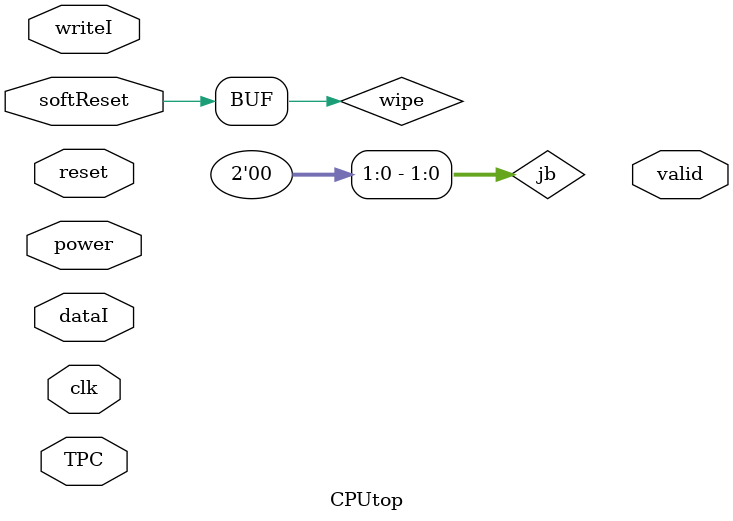
<source format=v>
`include "OPcodes.v"
`define IF 0
`define ID 1
`define EX 2
`define MEM 3
`define WB 4
`define PCPL 5
module CPUtop (input power,reset,clk,writeI,softReset,input [31:0] dataI,TPC,output reg valid);
	reg [31:0] IPC;//IPC is the internal PC and TPC is for programming the instruction memory.
	// counter is used for the proper state of the processor, 
	//IE instruction fetch, decode...etc.
	reg [2:0] state;
	wire [31:0] PC;
	wire [31:0] instruction;
	wire [4:0] writeRegister;
	wire [7:0] controlOut;
	wire [31:0] writeData;
	wire[31:0] writeDatamem;
	wire [31:0] Rd1,Rd2;
	wire [31:0] ALUI2;
	wire[31:0] ALUout;
	wire [31:0] memData;
	wire zero,wipe;
	wire [31:0]nextPC,pcPlus4,jb;
	wire [31:0] instructionOUT,pcpOUT,pcpOUT1,Read1OUT,Read2OUT,R2OUT1,ImmOUT,pcpOUT2,ALUOUT,ReadOUT,ALUOUT1,ALU;
	wire [7:0] controlOUT1,controlOUT2,controlOUT3;
	wire [5:0] func1OUT,func2OUT;
	wire [4:0] R2OUT,R3OUT,WROUT,WROUT1,WR;
	wire zeroOUT;

	assign wipe = softReset ;//| zeroOUT;
	//assign nextPC = ((instruction[31:26] == `jump) |(controlOut[6]& zero))?(/*IPC+4+*/{ImmOUT[29:0],2'b0}):pcPlus4; 
	assign nextPC = (controlOUT2[6] & zeroOUT)?pcpOUT2:pcPlus4;
	assign pcPlus4= IPC +4;
	assign jb = {ImmOUT[29:0],2'b0};
	assign writeData = (controlOUT3[4])? ReadOUT: ALUOUT1;
	assign ALUI2 = controlOUT1[1]? ImmOUT:Read2OUT;
	//assign writeRegister = controlOut[7] ? instruction[15:11]:instruction[20:16];
	assign WR = controlOUT1[7] ? R3OUT:R2OUT;
	assign PC = writeI? TPC:IPC;
	INMEM mem1 (PC, dataI, writeI, clk, reset, instruction);
	Registers Regdir(instructionOUT[25:21], instructionOUT[20:16], WROUT1, writeData, controlOUT3[0], clk, reset, Rd1,Rd2);
	ALUM A1 (Rd1,ALUI2, func1OUT,func2OUT, clk, controlOUT1[3],reset, zero, ALUout);
	mem mem2( ALUOUT,R2OUT1, clk, reset, controlOUT2[5],controlOUT2[2], memData);
	control C1 (instructionOUT[31:26], state, clk, reset, power,controlOut);
	IFID ifid1(instruction, pcPlus4, clk, reset, wipe, power, instructionOUT, pcpOUT);
	IDEX idex1(controlOut, pcpOUT, Rd1, Rd2,{16'b0,instructionOUT[15:0]}, instructionOUT[5:0],instructionOUT[31:26],instructionOUT[20:16], instructionOUT[15:11], clk,reset,wipe,power, controlOUT1, pcpOUT1,Read1OUT,Read2OUT,ImmOUT,func1OUT,func2OUT, R2OUT,R3OUT );
	EXMEM exmem1( controlOUT1, jb, ALUout,Read2OUT,  WR, zero,clk,reset,wipe,power, controlOUT2, pcpOUT2, ALUOUT,R2OUT1,WROUT,zeroOUT);
	MEMWB memwb1(controlOUT2,memData,ALUOUT,WROUT,clk,reset,wipe,power,controlOUT3,ReadOUT,ALUOUT1, WROUT1);
	always @(posedge clk) 
	begin
		if(reset) begin
			IPC <= 0;
			state <= 0;
		end
		else if (softReset) begin
			state <= 0;
		end
		else if (power) begin
			IPC <= nextPC;
			//$display("%d:PC = %b. Instruction: %b\nstate:%h. \n",$time,PC, instruction,state);
		end

	end

endmodule

</source>
